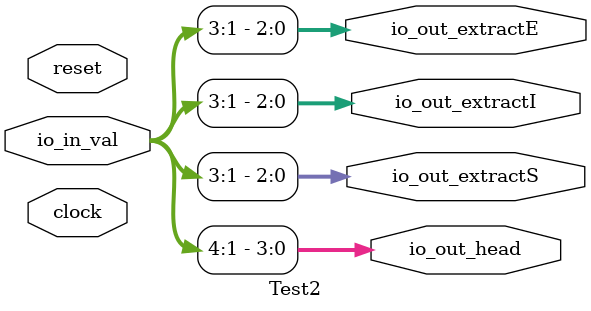
<source format=v>
module Test2(
  input        clock,
  input        reset,
  input  [4:0] io_in_val,
  output [3:0] io_out_head,
  output [2:0] io_out_extractS,
  output [2:0] io_out_extractI,
  output [2:0] io_out_extractE
);
  assign io_out_head = io_in_val[4:1]; // @[Test2.scala 38:15]
  assign io_out_extractS = io_in_val[3:1]; // @[Test2.scala 41:19]
  assign io_out_extractI = io_in_val[3:1]; // @[Test2.scala 45:19]
  assign io_out_extractE = io_in_val[3:1]; // @[Test2.scala 49:19]
endmodule

</source>
